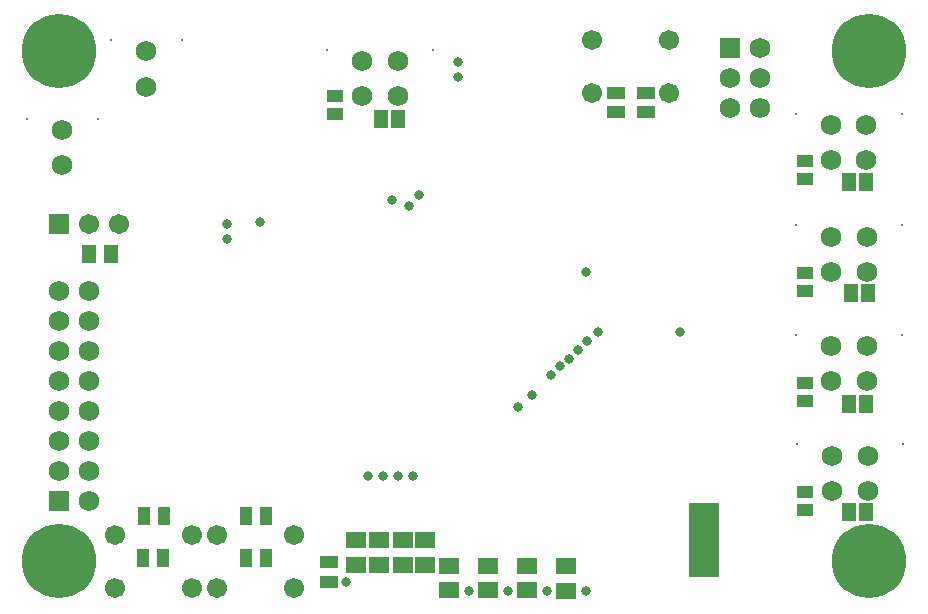
<source format=gbr>
%TF.GenerationSoftware,Altium Limited,Altium Designer,19.1.8 (144)*%
G04 Layer_Color=16711935*
%FSLAX23Y23*%
%MOIN*%
%TF.FileFunction,Soldermask,Bot*%
%TF.Part,Single*%
G01*
G75*
%TA.AperFunction,NonConductor*%
%ADD43R,0.100X0.250*%
%TA.AperFunction,SMDPad,CuDef*%
%ADD44R,0.059X0.041*%
%ADD45R,0.051X0.061*%
%ADD46R,0.055X0.039*%
%ADD47R,0.049X0.063*%
%TA.AperFunction,ConnectorPad*%
%ADD48R,0.067X0.057*%
%TA.AperFunction,SMDPad,CuDef*%
%ADD49R,0.041X0.059*%
%ADD50R,0.067X0.057*%
%TA.AperFunction,ComponentPad*%
%ADD51R,0.069X0.069*%
%ADD52C,0.069*%
%ADD53C,0.046*%
%ADD54R,0.046X0.046*%
%ADD55C,0.068*%
%ADD56C,0.008*%
%ADD57C,0.067*%
%ADD58C,0.067*%
%ADD59R,0.067X0.067*%
%TA.AperFunction,ViaPad*%
%ADD60C,0.248*%
%ADD61C,0.033*%
D43*
X2300Y220D02*
D03*
D44*
X1050Y80D02*
D03*
Y147D02*
D03*
X2105Y1713D02*
D03*
Y1647D02*
D03*
X2005Y1713D02*
D03*
Y1647D02*
D03*
D45*
X1279Y1625D02*
D03*
X1221D02*
D03*
X2781Y315D02*
D03*
X2839D02*
D03*
X2781Y675D02*
D03*
X2839D02*
D03*
X2788Y1045D02*
D03*
X2845D02*
D03*
X2839Y1415D02*
D03*
X2781D02*
D03*
D46*
X1070Y1700D02*
D03*
Y1640D02*
D03*
X2635Y380D02*
D03*
Y320D02*
D03*
Y745D02*
D03*
Y685D02*
D03*
Y1110D02*
D03*
Y1050D02*
D03*
Y1485D02*
D03*
Y1425D02*
D03*
D47*
X322Y1175D02*
D03*
X248D02*
D03*
D48*
X1450Y54D02*
D03*
Y136D02*
D03*
X1580D02*
D03*
Y54D02*
D03*
X1710Y136D02*
D03*
Y54D02*
D03*
X1840Y52D02*
D03*
Y135D02*
D03*
D49*
X498Y300D02*
D03*
X432D02*
D03*
X497Y160D02*
D03*
X430D02*
D03*
X838Y300D02*
D03*
X772D02*
D03*
X838Y160D02*
D03*
X772D02*
D03*
D50*
X1140Y221D02*
D03*
Y139D02*
D03*
X1215Y221D02*
D03*
Y139D02*
D03*
X1295Y221D02*
D03*
Y139D02*
D03*
X1370Y221D02*
D03*
Y139D02*
D03*
D51*
X150Y350D02*
D03*
X2385Y1860D02*
D03*
D52*
X150Y450D02*
D03*
Y550D02*
D03*
Y650D02*
D03*
Y750D02*
D03*
Y850D02*
D03*
Y950D02*
D03*
Y1050D02*
D03*
X250Y350D02*
D03*
Y450D02*
D03*
Y550D02*
D03*
Y650D02*
D03*
Y750D02*
D03*
Y850D02*
D03*
Y950D02*
D03*
Y1050D02*
D03*
X2385Y1760D02*
D03*
Y1660D02*
D03*
X2485Y1860D02*
D03*
Y1760D02*
D03*
Y1660D02*
D03*
D53*
X2325Y120D02*
D03*
X2275D02*
D03*
X2325Y170D02*
D03*
X2275D02*
D03*
X2325Y220D02*
D03*
X2275D02*
D03*
X2325Y270D02*
D03*
X2275D02*
D03*
X2325Y320D02*
D03*
D54*
X2275D02*
D03*
D55*
X1278Y1818D02*
D03*
Y1700D02*
D03*
X1160Y1818D02*
D03*
Y1700D02*
D03*
X440Y1732D02*
D03*
Y1850D02*
D03*
X160Y1470D02*
D03*
Y1588D02*
D03*
X2727Y385D02*
D03*
Y503D02*
D03*
X2845Y385D02*
D03*
Y503D02*
D03*
X2723Y750D02*
D03*
Y868D02*
D03*
X2841Y750D02*
D03*
Y868D02*
D03*
X2723Y1115D02*
D03*
Y1233D02*
D03*
X2841Y1115D02*
D03*
Y1233D02*
D03*
X2840Y1605D02*
D03*
Y1487D02*
D03*
X2722Y1605D02*
D03*
Y1487D02*
D03*
D56*
X1396Y1855D02*
D03*
X1042D02*
D03*
X322Y1887D02*
D03*
X558D02*
D03*
X42Y1625D02*
D03*
X278D02*
D03*
X2609Y540D02*
D03*
X2963D02*
D03*
X2605Y905D02*
D03*
X2959D02*
D03*
X2605Y1270D02*
D03*
X2959D02*
D03*
X2958Y1642D02*
D03*
X2604D02*
D03*
D57*
X933Y61D02*
D03*
X677D02*
D03*
X933Y239D02*
D03*
X677D02*
D03*
X593Y61D02*
D03*
X337D02*
D03*
X593Y239D02*
D03*
X337D02*
D03*
X2183Y1711D02*
D03*
X1927D02*
D03*
X2183Y1889D02*
D03*
X1927D02*
D03*
D58*
X350Y1275D02*
D03*
X250D02*
D03*
D59*
X150D02*
D03*
D60*
Y150D02*
D03*
X2850D02*
D03*
Y1850D02*
D03*
X150D02*
D03*
D61*
X1260Y1355D02*
D03*
X1315Y1335D02*
D03*
X1105Y80D02*
D03*
X1480Y1765D02*
D03*
Y1815D02*
D03*
X820Y1280D02*
D03*
X1350Y1370D02*
D03*
X710Y1225D02*
D03*
Y1275D02*
D03*
X1880Y855D02*
D03*
X1680Y665D02*
D03*
X1820Y800D02*
D03*
X1850Y825D02*
D03*
X1944Y914D02*
D03*
X1910Y885D02*
D03*
X1790Y770D02*
D03*
X1725Y705D02*
D03*
X1905Y50D02*
D03*
X1775D02*
D03*
X1645D02*
D03*
X1515D02*
D03*
X1330Y435D02*
D03*
X1280D02*
D03*
X1230D02*
D03*
X1180D02*
D03*
X2220Y915D02*
D03*
X1905Y1115D02*
D03*
%TF.MD5,0663face60b767a97df9504e9a8d10be*%
M02*

</source>
